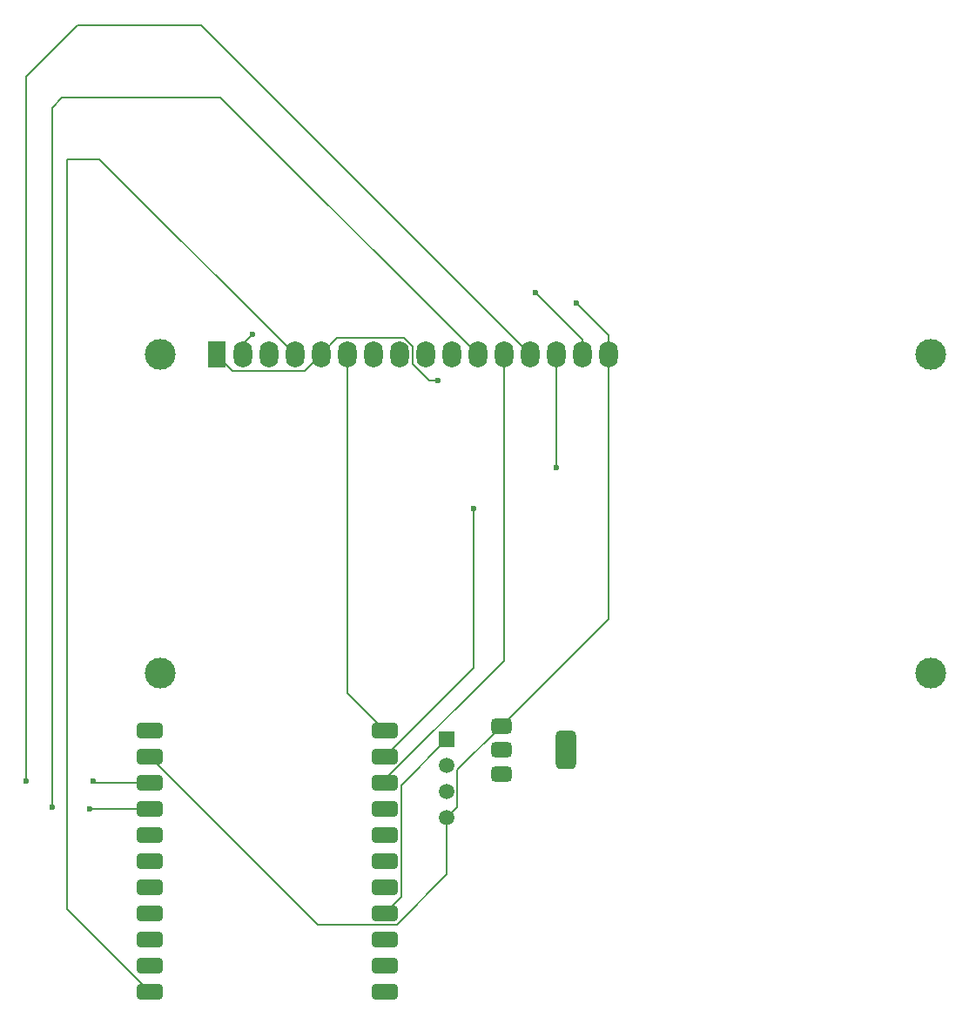
<source format=gbr>
%TF.GenerationSoftware,KiCad,Pcbnew,9.0.0*%
%TF.CreationDate,2025-04-10T22:29:10+05:30*%
%TF.ProjectId,greenhouse_control_assignment_new,67726565-6e68-46f7-9573-655f636f6e74,rev?*%
%TF.SameCoordinates,Original*%
%TF.FileFunction,Copper,L1,Top*%
%TF.FilePolarity,Positive*%
%FSLAX46Y46*%
G04 Gerber Fmt 4.6, Leading zero omitted, Abs format (unit mm)*
G04 Created by KiCad (PCBNEW 9.0.0) date 2025-04-10 22:29:10*
%MOMM*%
%LPD*%
G01*
G04 APERTURE LIST*
G04 Aperture macros list*
%AMRoundRect*
0 Rectangle with rounded corners*
0 $1 Rounding radius*
0 $2 $3 $4 $5 $6 $7 $8 $9 X,Y pos of 4 corners*
0 Add a 4 corners polygon primitive as box body*
4,1,4,$2,$3,$4,$5,$6,$7,$8,$9,$2,$3,0*
0 Add four circle primitives for the rounded corners*
1,1,$1+$1,$2,$3*
1,1,$1+$1,$4,$5*
1,1,$1+$1,$6,$7*
1,1,$1+$1,$8,$9*
0 Add four rect primitives between the rounded corners*
20,1,$1+$1,$2,$3,$4,$5,0*
20,1,$1+$1,$4,$5,$6,$7,0*
20,1,$1+$1,$6,$7,$8,$9,0*
20,1,$1+$1,$8,$9,$2,$3,0*%
G04 Aperture macros list end*
%TA.AperFunction,SMDPad,CuDef*%
%ADD10RoundRect,0.381000X-0.889000X-0.381000X0.889000X-0.381000X0.889000X0.381000X-0.889000X0.381000X0*%
%TD*%
%TA.AperFunction,SMDPad,CuDef*%
%ADD11RoundRect,0.375000X-0.625000X-0.375000X0.625000X-0.375000X0.625000X0.375000X-0.625000X0.375000X0*%
%TD*%
%TA.AperFunction,SMDPad,CuDef*%
%ADD12RoundRect,0.500000X-0.500000X-1.400000X0.500000X-1.400000X0.500000X1.400000X-0.500000X1.400000X0*%
%TD*%
%TA.AperFunction,ComponentPad*%
%ADD13R,1.500000X1.500000*%
%TD*%
%TA.AperFunction,ComponentPad*%
%ADD14C,1.500000*%
%TD*%
%TA.AperFunction,ComponentPad*%
%ADD15C,3.000000*%
%TD*%
%TA.AperFunction,ComponentPad*%
%ADD16R,1.800000X2.600000*%
%TD*%
%TA.AperFunction,ComponentPad*%
%ADD17O,1.800000X2.600000*%
%TD*%
%TA.AperFunction,ViaPad*%
%ADD18C,0.600000*%
%TD*%
%TA.AperFunction,Conductor*%
%ADD19C,0.200000*%
%TD*%
G04 APERTURE END LIST*
D10*
%TO.P,U5,1,3.3V*%
%TO.N,unconnected-(U5-3.3V-Pad1)*%
X72520000Y-91065000D03*
%TO.P,U5,2,GND*%
%TO.N,GND*%
X72520000Y-93605000D03*
%TO.P,U5,3,GPIO1*%
%TO.N,/3*%
X72520000Y-96145000D03*
%TO.P,U5,4,GPIO3*%
%TO.N,/5*%
X72520000Y-98685000D03*
%TO.P,U5,5,SD_CLK*%
%TO.N,unconnected-(U5-SD_CLK-Pad5)*%
X72520000Y-101225000D03*
%TO.P,U5,6,SD_D2*%
%TO.N,unconnected-(U5-SD_D2-Pad6)*%
X72520000Y-103765000D03*
%TO.P,U5,7,SD_D1*%
%TO.N,unconnected-(U5-SD_D1-Pad7)*%
X72520000Y-106305000D03*
%TO.P,U5,8,SD_CMD*%
%TO.N,unconnected-(U5-SD_CMD-Pad8)*%
X72520000Y-108845000D03*
%TO.P,U5,9,SD_D0*%
%TO.N,unconnected-(U5-SD_D0-Pad9)*%
X72520000Y-111385000D03*
%TO.P,U5,10,SD_D3*%
%TO.N,unconnected-(U5-SD_D3-Pad10)*%
X72520000Y-113925000D03*
%TO.P,U5,11,GPIO5*%
%TO.N,/7*%
X72520000Y-116465000D03*
%TO.P,U5,12,ADC*%
%TO.N,/12*%
X95380000Y-116465000D03*
%TO.P,U5,13,RSTB*%
%TO.N,unconnected-(U5-RSTB-Pad13)*%
X95380000Y-113925000D03*
%TO.P,U5,14,CHIP_E*%
%TO.N,unconnected-(U5-CHIP_E-Pad14)*%
X95380000Y-111385000D03*
%TO.P,U5,15,GPIO16*%
%TO.N,/18*%
X95380000Y-108845000D03*
%TO.P,U5,16,GPIO12*%
%TO.N,/8*%
X95380000Y-106305000D03*
%TO.P,U5,17,GPIO14*%
%TO.N,/10*%
X95380000Y-103765000D03*
%TO.P,U5,18,GPIO13*%
%TO.N,/9*%
X95380000Y-101225000D03*
%TO.P,U5,19,GPIO15*%
%TO.N,/11*%
X95380000Y-98685000D03*
%TO.P,U5,20,GPIO-2*%
%TO.N,/4*%
X95380000Y-96145000D03*
%TO.P,U5,21,GPIO-0*%
%TO.N,/2*%
X95380000Y-93605000D03*
%TO.P,U5,22,GPIO4*%
%TO.N,/6*%
X95380000Y-91065000D03*
%TD*%
D11*
%TO.P,U4,1,ADJ*%
%TO.N,GND*%
X106690000Y-90670000D03*
%TO.P,U4,2,VO*%
%TO.N,unconnected-(U4-VO-Pad2)*%
X106690000Y-92970000D03*
D12*
%TO.N,unconnected-(U4-VO-Pad2)_1*%
X112990000Y-92970000D03*
D11*
%TO.P,U4,3,VI*%
%TO.N,+3.3V*%
X106690000Y-95270000D03*
%TD*%
D13*
%TO.P,U2,1,VDD*%
%TO.N,/18*%
X101395000Y-91930000D03*
D14*
%TO.P,U2,2,DATA*%
%TO.N,Net-(J2-Pin_1)*%
X101395000Y-94470000D03*
%TO.P,U2,3,NC*%
%TO.N,unconnected-(U2-NC-Pad3)*%
X101395000Y-97010000D03*
%TO.P,U2,4,GND*%
%TO.N,GND*%
X101395000Y-99550000D03*
%TD*%
D15*
%TO.P,DS1,*%
%TO.N,*%
X73500900Y-54500000D03*
X73500900Y-85500700D03*
X148499480Y-85500700D03*
X148500000Y-54500000D03*
D16*
%TO.P,DS1,1,VSS*%
%TO.N,GND*%
X79000000Y-54500000D03*
D17*
%TO.P,DS1,2,VDD*%
%TO.N,+5V*%
X81540000Y-54500000D03*
%TO.P,DS1,3,VO*%
%TO.N,/19*%
X84080000Y-54500000D03*
%TO.P,DS1,4,RS*%
%TO.N,/7*%
X86620000Y-54500000D03*
%TO.P,DS1,5,R/W*%
%TO.N,GND*%
X89160000Y-54500000D03*
%TO.P,DS1,6,E*%
%TO.N,/6*%
X91700000Y-54500000D03*
%TO.P,DS1,7,D0*%
%TO.N,unconnected-(DS1-D0-Pad7)*%
X94240000Y-54500000D03*
%TO.P,DS1,8,D1*%
%TO.N,unconnected-(DS1-D1-Pad8)*%
X96780000Y-54500000D03*
%TO.P,DS1,9,D2*%
%TO.N,unconnected-(DS1-D2-Pad9)*%
X99320000Y-54500000D03*
%TO.P,DS1,10,D3*%
%TO.N,unconnected-(DS1-D3-Pad10)*%
X101860000Y-54500000D03*
%TO.P,DS1,11,D4*%
%TO.N,/5*%
X104400000Y-54500000D03*
%TO.P,DS1,12,D5*%
%TO.N,/4*%
X106940000Y-54500000D03*
%TO.P,DS1,13,D6*%
%TO.N,/3*%
X109480000Y-54500000D03*
%TO.P,DS1,14,D7*%
%TO.N,/2*%
X112020000Y-54500000D03*
%TO.P,DS1,15,LED(+)*%
%TO.N,+5V*%
X114560000Y-54500000D03*
%TO.P,DS1,16,LED(-)*%
%TO.N,GND*%
X117100000Y-54500000D03*
%TD*%
D18*
%TO.N,+5V*%
X110000000Y-48500000D03*
X82500000Y-52500000D03*
%TO.N,GND*%
X114000000Y-49500000D03*
X100500000Y-57000000D03*
%TO.N,/2*%
X104000000Y-69500000D03*
X112020000Y-65500000D03*
%TO.N,/3*%
X60500000Y-96000000D03*
X67000000Y-96000000D03*
%TO.N,/5*%
X63000000Y-98500000D03*
X66685000Y-98685000D03*
%TD*%
D19*
%TO.N,+5V*%
X114560000Y-53060000D02*
X114560000Y-54500000D01*
X110000000Y-48500000D02*
X114560000Y-53060000D01*
X81540000Y-53460000D02*
X82500000Y-52500000D01*
X81540000Y-54500000D02*
X81540000Y-53460000D01*
%TO.N,GND*%
X117100000Y-52600000D02*
X117100000Y-54500000D01*
X114000000Y-49500000D02*
X117100000Y-52600000D01*
X99721530Y-57000000D02*
X100500000Y-57000000D01*
X98119000Y-55397470D02*
X99721530Y-57000000D01*
X98119000Y-53740530D02*
X98119000Y-55397470D01*
X97277470Y-52899000D02*
X98119000Y-53740530D01*
X90761000Y-52899000D02*
X97277470Y-52899000D01*
X89160000Y-54500000D02*
X90761000Y-52899000D01*
X87559000Y-56101000D02*
X89160000Y-54500000D01*
X80601000Y-56101000D02*
X87559000Y-56101000D01*
X79000000Y-54500000D02*
X80601000Y-56101000D01*
%TO.N,/7*%
X67620000Y-35500000D02*
X86620000Y-54500000D01*
X64500000Y-35500000D02*
X67620000Y-35500000D01*
X64500000Y-108445000D02*
X64500000Y-35500000D01*
X72520000Y-116465000D02*
X64500000Y-108445000D01*
%TO.N,GND*%
X96551494Y-109908000D02*
X88823000Y-109908000D01*
X88823000Y-109908000D02*
X72520000Y-93605000D01*
X101395000Y-105064494D02*
X96551494Y-109908000D01*
X101395000Y-99550000D02*
X101395000Y-105064494D01*
%TO.N,/18*%
X96951000Y-96374000D02*
X101395000Y-91930000D01*
X96951000Y-107274000D02*
X96951000Y-96374000D01*
X95380000Y-108845000D02*
X96951000Y-107274000D01*
%TO.N,/2*%
X104000000Y-84985000D02*
X95380000Y-93605000D01*
X104000000Y-69500000D02*
X104000000Y-84985000D01*
X112020000Y-65500000D02*
X112020000Y-65520000D01*
X112020000Y-54500000D02*
X112020000Y-65500000D01*
%TO.N,/4*%
X95380000Y-95839494D02*
X95380000Y-96145000D01*
X106940000Y-84279494D02*
X95380000Y-95839494D01*
X106940000Y-54500000D02*
X106940000Y-84279494D01*
%TO.N,/6*%
X91700000Y-54500000D02*
X91700000Y-87385000D01*
X91700000Y-87385000D02*
X95380000Y-91065000D01*
%TO.N,/3*%
X65500000Y-22500000D02*
X77480000Y-22500000D01*
X77480000Y-22500000D02*
X109480000Y-54500000D01*
X60500000Y-27500000D02*
X60500000Y-96000000D01*
X65500000Y-22500000D02*
X60500000Y-27500000D01*
X67145000Y-96145000D02*
X67000000Y-96000000D01*
X72520000Y-96145000D02*
X67145000Y-96145000D01*
%TO.N,/5*%
X79400000Y-29500000D02*
X104400000Y-54500000D01*
X64000000Y-29500000D02*
X79400000Y-29500000D01*
X63000000Y-30500000D02*
X64000000Y-29500000D01*
X63000000Y-98500000D02*
X63000000Y-30500000D01*
X72520000Y-98685000D02*
X66685000Y-98685000D01*
%TO.N,GND*%
X102446000Y-98499000D02*
X102446000Y-94914000D01*
X101395000Y-99550000D02*
X102446000Y-98499000D01*
X102446000Y-94914000D02*
X106690000Y-90670000D01*
X117100000Y-80260000D02*
X106690000Y-90670000D01*
X117100000Y-54500000D02*
X117100000Y-80260000D01*
%TD*%
M02*

</source>
